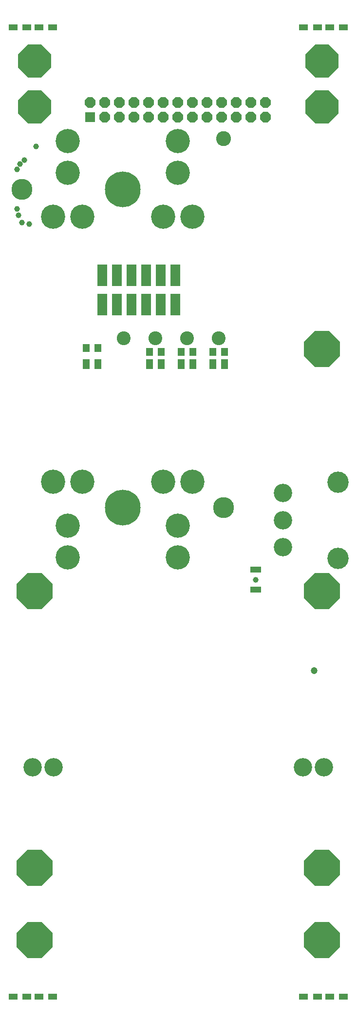
<source format=gbs>
G04*
G04 #@! TF.GenerationSoftware,Altium Limited,Altium Designer,18.0.11 (651)*
G04*
G04 Layer_Color=16711935*
%FSLAX44Y44*%
%MOMM*%
G71*
G01*
G75*
%ADD37R,1.2192X1.4732*%
%ADD44R,1.6032X1.0632*%
%ADD56C,4.2032*%
%ADD57C,2.4032*%
%ADD58P,6.1731X8X292.5*%
%ADD59C,1.0032*%
%ADD60C,6.2032*%
%ADD61C,3.6532*%
%ADD62C,2.6032*%
%ADD63P,6.7144X8X292.5*%
%ADD64P,1.9518X8X292.5*%
%ADD65R,1.8032X1.8032*%
%ADD66C,3.2032*%
%ADD67C,3.7032*%
%ADD68C,1.2032*%
%ADD115R,1.2192X1.7272*%
%ADD116R,1.9032X1.0032*%
%ADD117R,1.7032X3.7032*%
D37*
X110160Y-493000D02*
D03*
X89840D02*
D03*
X330160Y-500000D02*
D03*
X309840D02*
D03*
X254840D02*
D03*
X275160D02*
D03*
X199840D02*
D03*
X220160D02*
D03*
D44*
X-13000Y63000D02*
D03*
X-37000D02*
D03*
X8000D02*
D03*
X32000D02*
D03*
X537000D02*
D03*
X513000D02*
D03*
X468000D02*
D03*
X492000D02*
D03*
X468000Y-1618000D02*
D03*
X492000D02*
D03*
X537000D02*
D03*
X513000D02*
D03*
X-13000D02*
D03*
X-37000D02*
D03*
X8000D02*
D03*
X32000D02*
D03*
D56*
X274400Y-265200D02*
D03*
X223600D02*
D03*
X249000Y-189000D02*
D03*
Y-801400D02*
D03*
X274400Y-725200D02*
D03*
X223600D02*
D03*
X83400Y-265200D02*
D03*
X32600D02*
D03*
X58000Y-189000D02*
D03*
Y-801400D02*
D03*
X83400Y-725200D02*
D03*
X32600D02*
D03*
X249000Y-133800D02*
D03*
Y-856000D02*
D03*
X58000Y-133800D02*
D03*
Y-856000D02*
D03*
D57*
X209999Y-475999D02*
D03*
X155000Y-476000D02*
D03*
X319999Y-475999D02*
D03*
X265000Y-476000D02*
D03*
D58*
X0Y5000D02*
D03*
X500000Y-75000D02*
D03*
X0D02*
D03*
X500000Y5000D02*
D03*
D59*
X385000Y-895000D02*
D03*
X-9000Y-278000D02*
D03*
X-22000Y-275000D02*
D03*
X-28000Y-263000D02*
D03*
X-30000Y-252000D02*
D03*
X-17100Y-167000D02*
D03*
X3000Y-143000D02*
D03*
X-25100Y-173758D02*
D03*
X-30000Y-183000D02*
D03*
D60*
X153500Y-769900D02*
D03*
Y-217900D02*
D03*
D61*
X328550Y-769900D02*
D03*
X-21500Y-217900D02*
D03*
D62*
X328550Y-129900D02*
D03*
D63*
X0Y-1395000D02*
D03*
Y-1520000D02*
D03*
X500000Y-1395000D02*
D03*
Y-1520000D02*
D03*
Y-915000D02*
D03*
Y-495000D02*
D03*
X0Y-915000D02*
D03*
D64*
X402000Y-92400D02*
D03*
Y-67000D02*
D03*
X351200Y-92400D02*
D03*
Y-67000D02*
D03*
X376600Y-92400D02*
D03*
Y-67000D02*
D03*
X275000Y-92400D02*
D03*
Y-67000D02*
D03*
X249600D02*
D03*
Y-92400D02*
D03*
X224200Y-67000D02*
D03*
Y-92400D02*
D03*
X97200Y-67000D02*
D03*
X122600Y-92400D02*
D03*
Y-67000D02*
D03*
X148000Y-92400D02*
D03*
Y-67000D02*
D03*
X173400Y-92400D02*
D03*
Y-67000D02*
D03*
X198800Y-92400D02*
D03*
Y-67000D02*
D03*
X300400Y-92400D02*
D03*
Y-67000D02*
D03*
X325800Y-92400D02*
D03*
Y-67000D02*
D03*
D65*
X97200Y-92400D02*
D03*
D66*
X503000Y-1220000D02*
D03*
X467000D02*
D03*
X33000D02*
D03*
X-3000D02*
D03*
X432200Y-791450D02*
D03*
Y-838450D02*
D03*
Y-744450D02*
D03*
D67*
X527500Y-857500D02*
D03*
Y-725400D02*
D03*
D68*
X486000Y-1053000D02*
D03*
D115*
X330160Y-521000D02*
D03*
X309840D02*
D03*
X254840D02*
D03*
X275160D02*
D03*
X199840D02*
D03*
X220160D02*
D03*
X110160D02*
D03*
X89840D02*
D03*
D116*
X385000Y-877500D02*
D03*
Y-912500D02*
D03*
D117*
X117749Y-366600D02*
D03*
X143149D02*
D03*
X168549D02*
D03*
X193949D02*
D03*
X219349D02*
D03*
X244749D02*
D03*
Y-417400D02*
D03*
X219349D02*
D03*
X193949D02*
D03*
X168549D02*
D03*
X143149D02*
D03*
X117749D02*
D03*
M02*

</source>
